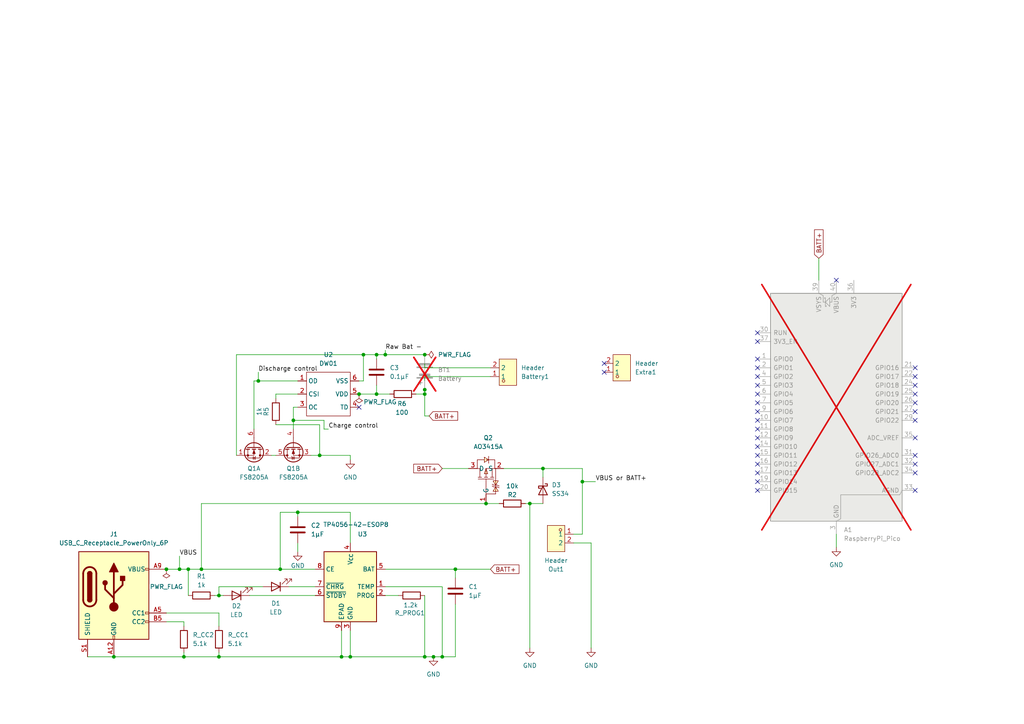
<source format=kicad_sch>
(kicad_sch (version 20250114) (generator "eeschema") (generator_version "9.0")
  (paper "A4")
  (lib_symbols
    (symbol "Battery_Management:TP4056-42-ESOP8"
      (property "Reference" "U" (at -6.604 11.684 0))
      (property "Value" "TP4056-42-ESOP8" (at 10.16 11.684 0))
      (symbol "TP4056-42-ESOP8_1_0"
        (pin input line (at -10.16 5.08 0) (length 2.54) (name "CE") (number "8"))
        (pin open_collector line (at -10.16 0 0) (length 2.54) (name "~{CHRG}") (number "7"))
        (pin open_collector line (at -10.16 -2.54 0) (length 2.54) (name "~{STDBY}") (number "6"))
        (pin passive line (at -2.54 -12.7 90) (length 2.54) (name "EPAD") (number "9"))
        (pin power_in line (at 0 12.7 270) (length 2.54) (name "V_{CC}") (number "4"))
        (pin power_in line (at 0 -12.7 90) (length 2.54) (name "GND") (number "3"))
        (pin power_out line (at 10.16 5.08 180) (length 2.54) (name "BAT") (number "5"))
        (pin input line (at 10.16 0 180) (length 2.54) (name "TEMP") (number "1"))
        (pin passive line (at 10.16 -2.54 180) (length 2.54) (name "PROG") (number "2"))
      )
      (symbol "TP4056-42-ESOP8_1_1"
        (rectangle (start -7.62 10.16) (end 7.62 -10.16) (stroke (width 0.254)) (fill (type background)))
      )
    )
    (symbol "Connector:USB_C_Receptacle_PowerOnly_6P" (pin_names (offset 1.016))
      (property "Reference" "J" (at 0 16.51 0))
      (property "Value" "USB_C_Receptacle_PowerOnly_6P" (at 0 13.97 0))
      (symbol "USB_C_Receptacle_PowerOnly_6P_0_0"
        (rectangle (start -0.254 -12.7) (end 0.254 -11.684))
        (rectangle (start 10.16 7.874) (end 9.144 7.366))
        (rectangle (start 10.16 -4.826) (end 9.144 -5.334))
        (rectangle (start 10.16 -7.366) (end 9.144 -7.874))
      )
      (symbol "USB_C_Receptacle_PowerOnly_6P_0_1"
        (rectangle (start -10.16 12.7) (end 10.16 -12.7) (stroke (width 0.254)) (fill (type background)))
        (polyline (pts (xy -8.89 -1.27) (xy -8.89 6.35)) (stroke (width 0.508)))
        (rectangle (start -7.62 -1.27) (end -6.35 6.35) (stroke (width 0.254)) (fill (type outline)))
        (arc (start -7.62 6.35) (mid -6.985 6.9823) (end -6.35 6.35) (stroke (width 0.254)))
        (arc (start -7.62 6.35) (mid -6.985 6.9823) (end -6.35 6.35) (stroke (width 0.254)) (fill (type outline)))
        (arc (start -8.89 6.35) (mid -6.985 8.2467) (end -5.08 6.35) (stroke (width 0.508)))
        (arc (start -5.08 -1.27) (mid -6.985 -3.1667) (end -8.89 -1.27) (stroke (width 0.508)))
        (arc (start -6.35 -1.27) (mid -6.985 -1.9023) (end -7.62 -1.27) (stroke (width 0.254)))
        (arc (start -6.35 -1.27) (mid -6.985 -1.9023) (end -7.62 -1.27) (stroke (width 0.254)) (fill (type outline)))
        (polyline (pts (xy -5.08 6.35) (xy -5.08 -1.27)) (stroke (width 0.508)))
        (circle (center -2.54 3.683) (radius 0.635) (stroke (width 0.254)) (fill (type outline)))
        (polyline (pts (xy -1.27 6.858) (xy 0 9.398) (xy 1.27 6.858) (xy -1.27 6.858)) (stroke (width 0.254)) (fill (type outline)))
        (polyline (pts (xy 0 0.508) (xy 2.54 3.048) (xy 2.54 4.318)) (stroke (width 0.508)))
        (polyline (pts (xy 0 -0.762) (xy -2.54 1.778) (xy -2.54 3.048)) (stroke (width 0.508)))
        (polyline (pts (xy 0 -3.302) (xy 0 6.858)) (stroke (width 0.508)))
        (circle (center 0 -3.302) (radius 1.27) (fill (type outline)))
        (rectangle (start 1.905 4.318) (end 3.175 5.588) (stroke (width 0.254)) (fill (type outline)))
      )
      (symbol "USB_C_Receptacle_PowerOnly_6P_1_1"
        (pin passive line (at -7.62 -17.78 90) (length 5.08) (name "SHIELD") (number "S1"))
        (pin passive line (at 0 -17.78 90) (length 5.08) (name "GND") (number "A12"))
        (pin passive line (at 0 -17.78 90) (length 5.08) (hide yes) (name "GND") (number "B12"))
        (pin passive line (at 15.24 7.62 180) (length 5.08) (name "VBUS") (number "A9"))
        (pin passive line (at 15.24 7.62 180) (length 5.08) (hide yes) (name "VBUS") (number "B9"))
        (pin bidirectional line (at 15.24 -5.08 180) (length 5.08) (name "CC1") (number "A5"))
        (pin bidirectional line (at 15.24 -7.62 180) (length 5.08) (name "CC2") (number "B5"))
      )
    )
    (symbol "Device:Battery" (pin_numbers (hide yes)) (pin_names (offset 0) (hide yes))
      (property "Reference" "BT" (at 2.54 2.54 0))
      (property "Value" "Battery" (at 2.54 0 0))
      (symbol "Battery_0_1"
        (rectangle (start -2.286 1.778) (end 2.286 1.524) (fill (type outline)))
        (rectangle (start -2.286 -1.27) (end 2.286 -1.524) (fill (type outline)))
        (rectangle (start -1.524 1.016) (end 1.524 0.508) (fill (type outline)))
        (rectangle (start -1.524 -2.032) (end 1.524 -2.54) (fill (type outline)))
        (polyline (pts (xy 0 1.778) (xy 0 2.54)))
        (polyline (pts (xy 0 0) (xy 0 0.254)))
        (polyline (pts (xy 0 -0.508) (xy 0 -0.254)))
        (polyline (pts (xy 0 -1.016) (xy 0 -0.762)))
        (polyline (pts (xy 0.762 3.048) (xy 1.778 3.048)) (stroke (width 0.254)))
        (polyline (pts (xy 1.27 3.556) (xy 1.27 2.54)) (stroke (width 0.254)))
      )
      (symbol "Battery_1_1"
        (pin passive line (at 0 5.08 270) (length 2.54) (name "+") (number "1"))
        (pin passive line (at 0 -5.08 90) (length 2.54) (name "-") (number "2"))
      )
    )
    (symbol "Device:C" (pin_numbers (hide yes)) (pin_names (offset 0.254))
      (property "Reference" "C" (at 0.635 2.54 0))
      (property "Value" "C" (at 0.635 -2.54 0))
      (symbol "C_0_1"
        (polyline (pts (xy -2.032 0.762) (xy 2.032 0.762)) (stroke (width 0.508)))
        (polyline (pts (xy -2.032 -0.762) (xy 2.032 -0.762)) (stroke (width 0.508)))
      )
      (symbol "C_1_1"
        (pin passive line (at 0 3.81 270) (length 2.794) (name "~") (number "1"))
        (pin passive line (at 0 -3.81 90) (length 2.794) (name "~") (number "2"))
      )
    )
    (symbol "Device:LED" (pin_numbers (hide yes)) (pin_names (offset 1.016) (hide yes))
      (property "Reference" "D" (at 0 2.54 0))
      (property "Value" "LED" (at 0 -2.54 0))
      (symbol "LED_0_1"
        (polyline (pts (xy -3.048 -0.762) (xy -4.572 -2.286) (xy -3.81 -2.286) (xy -4.572 -2.286) (xy -4.572 -1.524)))
        (polyline (pts (xy -1.778 -0.762) (xy -3.302 -2.286) (xy -2.54 -2.286) (xy -3.302 -2.286) (xy -3.302 -1.524)))
        (polyline (pts (xy -1.27 0) (xy 1.27 0)))
        (polyline (pts (xy -1.27 -1.27) (xy -1.27 1.27)) (stroke (width 0.254)))
        (polyline (pts (xy 1.27 -1.27) (xy 1.27 1.27) (xy -1.27 0) (xy 1.27 -1.27)) (stroke (width 0.254)))
      )
      (symbol "LED_1_1"
        (pin passive line (at -3.81 0 0) (length 2.54) (name "K") (number "1"))
        (pin passive line (at 3.81 0 180) (length 2.54) (name "A") (number "2"))
      )
    )
    (symbol "Device:R" (pin_numbers (hide yes)) (pin_names (offset 0))
      (property "Reference" "R" (at 2.032 0 90))
      (property "Value" "R" (at 0 0 90))
      (symbol "R_0_1"
        (rectangle (start -1.016 -2.54) (end 1.016 2.54) (stroke (width 0.254)))
      )
      (symbol "R_1_1"
        (pin passive line (at 0 3.81 270) (length 1.27) (name "~") (number "1"))
        (pin passive line (at 0 -3.81 90) (length 1.27) (name "~") (number "2"))
      )
    )
    (symbol "Diode:SS34" (pin_numbers (hide yes)) (pin_names (offset 1.016) (hide yes))
      (property "Reference" "D" (at 0 2.54 0))
      (property "Value" "SS34" (at 0 -2.54 0))
      (symbol "SS34_0_1"
        (polyline (pts (xy -1.905 0.635) (xy -1.905 1.27) (xy -1.27 1.27) (xy -1.27 -1.27) (xy -0.635 -1.27) (xy -0.635 -0.635)) (stroke (width 0.254)))
        (polyline (pts (xy 1.27 1.27) (xy 1.27 -1.27) (xy -1.27 0) (xy 1.27 1.27)) (stroke (width 0.254)))
        (polyline (pts (xy 1.27 0) (xy -1.27 0)))
      )
      (symbol "SS34_1_1"
        (pin passive line (at -3.81 0 0) (length 2.54) (name "K") (number "1"))
        (pin passive line (at 3.81 0 180) (length 2.54) (name "A") (number "2"))
      )
    )
    (symbol "FS8205A_better_1" (pin_names (hide yes))
      (property "Reference" "Q" (at -4.318 -1.778 90))
      (property "Value" "FS8205A" (at -2.286 -3.048 0))
      (symbol "FS8205A_better_1_0_1"
        (polyline (pts (xy -2.54 0) (xy 0 0) (xy 0 1.778)))
        (polyline (pts (xy -1.778 1.778) (xy -1.778 -0.762) (xy 1.778 -0.762) (xy 1.778 1.778)))
        (circle (center -1.778 0) (radius 0.254) (fill (type outline)))
        (polyline (pts (xy -1.27 1.778) (xy -2.286 1.778)) (stroke (width 0.254)))
        (polyline (pts (xy 0 2.286) (xy 0 5.08)))
        (polyline (pts (xy 0 1.524) (xy 0.381 0.508) (xy -0.381 0.508) (xy 0 1.524)) (fill (type outline)))
        (circle (center 0 0.889) (radius 2.794) (stroke (width 0.254)))
        (polyline (pts (xy 0.381 -0.762) (xy -0.254 -0.381) (xy -0.254 -1.143) (xy 0.381 -0.762)))
        (polyline (pts (xy 0.508 1.778) (xy -0.508 1.778)) (stroke (width 0.254)))
        (polyline (pts (xy 0.508 -0.254) (xy 0.381 -0.381) (xy 0.381 -1.143) (xy 0.254 -1.27)))
        (circle (center 1.778 0) (radius 0.254) (fill (type outline)))
        (polyline (pts (xy 1.905 2.286) (xy -1.905 2.286)) (stroke (width 0.254)))
        (polyline (pts (xy 2.286 1.778) (xy 1.27 1.778)) (stroke (width 0.254)))
        (polyline (pts (xy 2.54 0) (xy 1.778 0)))
      )
      (symbol "FS8205A_better_1_1_1"
        (pin passive line (at -5.08 0 0) (length 2.54) (name "D") (number "1"))
        (pin input line (at 0 7.62 270) (length 2.54) (name "G") (number "6"))
        (pin passive line (at 5.08 0 180) (length 2.54) (name "S") (number "2"))
      )
      (symbol "FS8205A_better_1_2_1"
        (pin passive line (at -5.08 0 0) (length 2.54) (name "D") (number "3"))
        (pin input line (at 0 7.62 270) (length 2.54) (name "G") (number "4"))
        (pin passive line (at 5.08 0 180) (length 2.54) (name "S") (number "5"))
      )
    )
    (symbol "LED_1" (pin_numbers (hide yes)) (pin_names (offset 1.016) (hide yes))
      (property "Reference" "D" (at 0 2.54 0))
      (property "Value" "LED" (at 0 -2.54 0))
      (symbol "LED_1_0_1"
        (polyline (pts (xy -3.048 -0.762) (xy -4.572 -2.286) (xy -3.81 -2.286) (xy -4.572 -2.286) (xy -4.572 -1.524)))
        (polyline (pts (xy -1.778 -0.762) (xy -3.302 -2.286) (xy -2.54 -2.286) (xy -3.302 -2.286) (xy -3.302 -1.524)))
        (polyline (pts (xy -1.27 0) (xy 1.27 0)))
        (polyline (pts (xy -1.27 -1.27) (xy -1.27 1.27)) (stroke (width 0.254)))
        (polyline (pts (xy 1.27 -1.27) (xy 1.27 1.27) (xy -1.27 0) (xy 1.27 -1.27)) (stroke (width 0.254)))
      )
      (symbol "LED_1_1_1"
        (pin passive line (at -3.81 0 0) (length 2.54) (name "K") (number "1"))
        (pin passive line (at 3.81 0 180) (length 2.54) (name "A") (number "2"))
      )
    )
    (symbol "MCU_Module:RaspberryPi_Pico" (pin_names (offset 0.762))
      (property "Reference" "A" (at -19.05 35.56 0))
      (property "Value" "RaspberryPi_Pico" (at 7.62 35.56 0))
      (symbol "RaspberryPi_Pico_0_1"
        (rectangle (start -19.05 34.29) (end 19.05 -31.75) (stroke (width 0.254)) (fill (type background)))
        (polyline (pts (xy -5.08 34.29) (xy -3.81 33.655) (xy -3.81 31.75) (xy -3.175 31.75)))
        (polyline (pts (xy -3.429 32.766) (xy -3.429 33.02) (xy -3.175 33.02) (xy -3.175 30.48) (xy -2.921 30.48) (xy -2.921 30.734)))
        (polyline (pts (xy -3.175 31.75) (xy -1.905 33.02) (xy -1.905 30.48) (xy -3.175 31.75)))
        (polyline (pts (xy 0 34.29) (xy -1.27 33.655) (xy -1.27 31.75) (xy -1.905 31.75)))
        (polyline (pts (xy 0 -31.75) (xy 1.27 -31.115) (xy 1.27 -24.13) (xy 18.415 -24.13) (xy 19.05 -22.86)))
      )
      (symbol "RaspberryPi_Pico_1_1"
        (pin passive line (at -22.86 22.86 0) (length 3.81) (name "RUN") (number "30"))
        (pin passive line (at -22.86 20.32 0) (length 3.81) (name "3V3_EN") (number "37"))
        (pin bidirectional line (at -22.86 15.24 0) (length 3.81) (name "GPIO0") (number "1"))
        (pin bidirectional line (at -22.86 12.7 0) (length 3.81) (name "GPIO1") (number "2"))
        (pin bidirectional line (at -22.86 10.16 0) (length 3.81) (name "GPIO2") (number "4"))
        (pin bidirectional line (at -22.86 7.62 0) (length 3.81) (name "GPIO3") (number "5"))
        (pin bidirectional line (at -22.86 5.08 0) (length 3.81) (name "GPIO4") (number "6"))
        (pin bidirectional line (at -22.86 2.54 0) (length 3.81) (name "GPIO5") (number "7"))
        (pin bidirectional line (at -22.86 0 0) (length 3.81) (name "GPIO6") (number "9"))
        (pin bidirectional line (at -22.86 -2.54 0) (length 3.81) (name "GPIO7") (number "10"))
        (pin bidirectional line (at -22.86 -5.08 0) (length 3.81) (name "GPIO8") (number "11"))
        (pin bidirectional line (at -22.86 -7.62 0) (length 3.81) (name "GPIO9") (number "12"))
        (pin bidirectional line (at -22.86 -10.16 0) (length 3.81) (name "GPIO10") (number "14"))
        (pin bidirectional line (at -22.86 -12.7 0) (length 3.81) (name "GPIO11") (number "15"))
        (pin bidirectional line (at -22.86 -15.24 0) (length 3.81) (name "GPIO12") (number "16"))
        (pin bidirectional line (at -22.86 -17.78 0) (length 3.81) (name "GPIO13") (number "17"))
        (pin bidirectional line (at -22.86 -20.32 0) (length 3.81) (name "GPIO14") (number "19"))
        (pin bidirectional line (at -22.86 -22.86 0) (length 3.81) (name "GPIO15") (number "20"))
        (pin power_in line (at -5.08 38.1 270) (length 3.81) (name "VSYS") (number "39"))
        (pin power_out line (at 0 38.1 270) (length 3.81) (name "VBUS") (number "40"))
        (pin passive line (at 0 -35.56 90) (length 3.81) (hide yes) (name "GND") (number "13"))
        (pin passive line (at 0 -35.56 90) (length 3.81) (hide yes) (name "GND") (number "18"))
        (pin passive line (at 0 -35.56 90) (length 3.81) (hide yes) (name "GND") (number "23"))
        (pin passive line (at 0 -35.56 90) (length 3.81) (hide yes) (name "GND") (number "28"))
        (pin power_out line (at 0 -35.56 90) (length 3.81) (name "GND") (number "3"))
        (pin passive line (at 0 -35.56 90) (length 3.81) (hide yes) (name "GND") (number "38"))
        (pin passive line (at 0 -35.56 90) (length 3.81) (hide yes) (name "GND") (number "8"))
        (pin power_out line (at 5.08 38.1 270) (length 3.81) (name "3V3") (number "36"))
        (pin bidirectional line (at 22.86 12.7 180) (length 3.81) (name "GPIO16") (number "21"))
        (pin bidirectional line (at 22.86 10.16 180) (length 3.81) (name "GPIO17") (number "22"))
        (pin bidirectional line (at 22.86 7.62 180) (length 3.81) (name "GPIO18") (number "24"))
        (pin bidirectional line (at 22.86 5.08 180) (length 3.81) (name "GPIO19") (number "25"))
        (pin bidirectional line (at 22.86 2.54 180) (length 3.81) (name "GPIO20") (number "26"))
        (pin bidirectional line (at 22.86 0 180) (length 3.81) (name "GPIO21") (number "27"))
        (pin bidirectional line (at 22.86 -2.54 180) (length 3.81) (name "GPIO22") (number "29"))
        (pin power_in line (at 22.86 -7.62 180) (length 3.81) (name "ADC_VREF") (number "35"))
        (pin bidirectional line (at 22.86 -12.7 180) (length 3.81) (name "GPIO26_ADC0") (number "31"))
        (pin bidirectional line (at 22.86 -15.24 180) (length 3.81) (name "GPIO27_ADC1") (number "32"))
        (pin bidirectional line (at 22.86 -17.78 180) (length 3.81) (name "GPIO28_ADC2") (number "34"))
        (pin power_out line (at 22.86 -22.86 180) (length 3.81) (name "AGND") (number "33"))
      )
    )
    (symbol "My_Battery_Management:DW01"
      (property "Reference" "U" (at 0 8.89 0))
      (symbol "DW01_0_1"
        (rectangle (start -6.35 6.35) (end 6.35 -6.35))
      )
      (symbol "DW01_1_1"
        (pin output line (at -8.89 3.81 0) (length 2.54) (name "OD") (number "1"))
        (pin bidirectional line (at -8.89 0 0) (length 2.54) (name "CSI") (number "2"))
        (pin output line (at -8.89 -3.81 0) (length 2.54) (name "OC") (number "3"))
        (pin power_in line (at 8.89 3.81 180) (length 2.54) (name "VSS") (number "6"))
        (pin power_in line (at 8.89 0 180) (length 2.54) (name "VDD") (number "5"))
        (pin input line (at 8.89 -3.81 180) (length 2.54) (name "TD") (number "4"))
      )
    )
    (symbol "My_Battery_Management:FS8205A_better" (pin_names (hide yes))
      (property "Reference" "Q" (at -4.318 -1.778 90))
      (property "Value" "FS8205A" (at -2.286 -3.048 0))
      (symbol "FS8205A_better_0_1"
        (polyline (pts (xy -2.54 0) (xy 0 0) (xy 0 1.778)))
        (polyline (pts (xy -1.778 1.778) (xy -1.778 -0.762) (xy 1.778 -0.762) (xy 1.778 1.778)))
        (circle (center -1.778 0) (radius 0.254) (fill (type outline)))
        (polyline (pts (xy -1.27 1.778) (xy -2.286 1.778)) (stroke (width 0.254)))
        (polyline (pts (xy 0 2.286) (xy 0 5.08)))
        (polyline (pts (xy 0 1.524) (xy 0.381 0.508) (xy -0.381 0.508) (xy 0 1.524)) (fill (type outline)))
        (circle (center 0 0.889) (radius 2.794) (stroke (width 0.254)))
        (polyline (pts (xy 0.381 -0.762) (xy -0.254 -0.381) (xy -0.254 -1.143) (xy 0.381 -0.762)))
        (polyline (pts (xy 0.508 1.778) (xy -0.508 1.778)) (stroke (width 0.254)))
        (polyline (pts (xy 0.508 -0.254) (xy 0.381 -0.381) (xy 0.381 -1.143) (xy 0.254 -1.27)))
        (circle (center 1.778 0) (radius 0.254) (fill (type outline)))
        (polyline (pts (xy 1.905 2.286) (xy -1.905 2.286)) (stroke (width 0.254)))
        (polyline (pts (xy 2.286 1.778) (xy 1.27 1.778)) (stroke (width 0.254)))
        (polyline (pts (xy 2.54 0) (xy 1.778 0)))
      )
      (symbol "FS8205A_better_1_1"
        (pin passive line (at -5.08 0 0) (length 2.54) (name "D") (number "1"))
        (pin input line (at 0 7.62 270) (length 2.54) (name "G") (number "6"))
        (pin passive line (at 5.08 0 180) (length 2.54) (name "S") (number "2"))
      )
      (symbol "FS8205A_better_2_1"
        (pin passive line (at -5.08 0 0) (length 2.54) (name "D") (number "3"))
        (pin input line (at 0 7.62 270) (length 2.54) (name "G") (number "4"))
        (pin passive line (at 5.08 0 180) (length 2.54) (name "S") (number "5"))
      )
    )
    (symbol "easyeda2kicad:AO3415A_C5350990"
      (property "Reference" "Q" (at 0 10.16 0))
      (property "Value" "AO3415A_C5350990" (at 0 -10.16 0))
      (symbol "AO3415A_C5350990_0_1"
        (polyline (pts (xy -5.08 0) (xy -0.51 0)))
        (polyline (pts (xy -4.83 -2.79) (xy -4.83 0)))
        (polyline (pts (xy -4.83 -2.79) (xy 2.54 -2.79)))
        (polyline (pts (xy -3.05 -3.81) (xy -2.79 -3.3) (xy -2.79 -2.29) (xy -2.54 -1.78)))
        (polyline (pts (xy -2.79 -2.79) (xy -4.06 -2.03) (xy -4.06 -3.56) (xy -2.79 -2.79)) (fill (type background)))
        (polyline (pts (xy -2.54 -3.81) (xy -2.29 -3.3) (xy -2.29 -2.29) (xy -2.03 -1.78)))
        (polyline (pts (xy -2.29 -2.79) (xy -1.02 -3.56) (xy -1.02 -2.03) (xy -2.29 -2.79)) (fill (type background)))
        (polyline (pts (xy -0.51 2.29) (xy -0.51 -2.29)))
        (polyline (pts (xy 0 2.29) (xy 0 1.27)))
        (polyline (pts (xy 0 1.78) (xy 2.54 1.78) (xy 2.54 2.54) (xy 5.08 2.54) (xy 5.08 0.51)))
        (polyline (pts (xy 0 0) (xy 2.54 0) (xy 2.54 -2.54) (xy 5.08 -2.54) (xy 5.08 0)))
        (polyline (pts (xy 0 -0.51) (xy 0 0.51)))
        (polyline (pts (xy 0 -2.29) (xy 0 -1.27)))
        (polyline (pts (xy 2.54 0) (xy 1.02 0.51) (xy 1.02 -0.51) (xy 2.54 0)) (fill (type background)))
        (polyline (pts (xy 2.54 -1.78) (xy 0 -1.78)))
        (polyline (pts (xy 4.06 -0.76) (xy 4.57 -0.76) (xy 5.59 -0.76) (xy 6.1 -0.76)))
        (polyline (pts (xy 5.08 -0.76) (xy 5.84 0.51) (xy 4.32 0.51) (xy 5.08 -0.76)) (fill (type background)))
        (pin unspecified line (at -7.62 0 0) (length 2.54) (name "G") (number "1"))
        (pin unspecified line (at 2.54 5.08 270) (length 2.54) (name "D") (number "3"))
        (pin unspecified line (at 2.54 -5.08 90) (length 2.54) (name "S") (number "2"))
      )
    )
    (symbol "easyeda2kicad:HXPH254-01-02-Z-L11.5MALEHEADERCONNECTOR"
      (property "Reference" "H" (at 0 6.35 0))
      (property "Value" "HX PH254-01-02-Z-L11.5 MALE HEADER CONNECTOR" (at 0 -6.35 0))
      (symbol "HXPH254-01-02-Z-L11.5MALEHEADERCONNECTOR_0_1"
        (rectangle (start -2.54 3.81) (end 2.54 -3.81) (fill (type background)))
        (circle (center -1.27 2.54) (radius 0.38))
        (pin unspecified line (at -5.08 1.27 0) (length 2.54) (name "1") (number "1"))
        (pin unspecified line (at -5.08 -1.27 0) (length 2.54) (name "2") (number "2"))
      )
    )
    (symbol "power:GND" (power) (pin_numbers (hide yes)) (pin_names (offset 0) (hide yes))
      (property "Value" "GND" (at 0 -3.81 0))
      (symbol "GND_0_1"
        (polyline (pts (xy 0 0) (xy 0 -1.27) (xy 1.27 -1.27) (xy 0 -2.54) (xy -1.27 -1.27) (xy 0 -1.27)))
      )
      (symbol "GND_1_1"
        (pin power_in line (at 0 0 270) (length 0) (name "~") (number "1"))
      )
    )
    (symbol "power:PWR_FLAG" (power) (pin_numbers (hide yes)) (pin_names (offset 0) (hide yes))
      (property "Value" "PWR_FLAG" (at 0 3.81 0))
      (symbol "PWR_FLAG_0_0"
        (pin power_out line (at 0 0 90) (length 0) (name "~") (number "1"))
      )
      (symbol "PWR_FLAG_0_1"
        (polyline (pts (xy 0 0) (xy 0 1.27) (xy -1.016 1.905) (xy 0 2.54) (xy 1.016 1.905) (xy 0 1.27)))
      )
    )
  )
  (junction (at 33.02 190.5))
  (junction (at 125.73 190.5))
  (junction (at 54.61 165.1))
  (junction (at 132.08 165.1))
  (junction (at 81.28 165.1))
  (junction (at 109.22 114.3))
  (junction (at 153.67 146.05))
  (junction (at 74.93 110.49))
  (junction (at 92.71 132.08))
  (junction (at 168.91 139.7))
  (junction (at 123.19 114.3))
  (junction (at 140.97 146.05))
  (junction (at 48.26 165.1))
  (junction (at 128.27 190.5))
  (junction (at 86.36 148.59))
  (junction (at 85.09 121.92))
  (junction (at 63.5 172.72))
  (junction (at 157.48 135.89))
  (junction (at 104.14 114.3))
  (junction (at 53.34 190.5))
  (junction (at 63.5 190.5))
  (junction (at 123.19 102.87))
  (junction (at 99.06 190.5))
  (junction (at 101.6 190.5))
  (junction (at 58.42 165.1))
  (junction (at 105.41 102.87))
  (junction (at 109.22 102.87))
  (junction (at 123.19 190.5))
  (junction (at 111.76 102.87))
  (junction (at 52.07 165.1))
  (junction (at 123.19 113.03))
  (no_connect (at 265.43 116.84))
  (no_connect (at 265.43 106.68))
  (no_connect (at 219.71 134.62))
  (no_connect (at 219.71 139.7))
  (no_connect (at 242.57 81.28))
  (no_connect (at 219.71 106.68))
  (no_connect (at 219.71 104.14))
  (no_connect (at 219.71 124.46))
  (no_connect (at 265.43 134.62))
  (no_connect (at 175.26 107.95))
  (no_connect (at 265.43 142.24))
  (no_connect (at 175.26 105.41))
  (no_connect (at 219.71 111.76))
  (no_connect (at 219.71 119.38))
  (no_connect (at 219.71 127))
  (no_connect (at 219.71 121.92))
  (no_connect (at 219.71 109.22))
  (no_connect (at 104.14 118.11))
  (no_connect (at 219.71 96.52))
  (no_connect (at 219.71 142.24))
  (no_connect (at 265.43 111.76))
  (no_connect (at 265.43 121.92))
  (no_connect (at 265.43 114.3))
  (no_connect (at 219.71 137.16))
  (no_connect (at 265.43 137.16))
  (no_connect (at 219.71 132.08))
  (no_connect (at 219.71 99.06))
  (no_connect (at 265.43 119.38))
  (no_connect (at 219.71 129.54))
  (no_connect (at 265.43 132.08))
  (no_connect (at 219.71 116.84))
  (no_connect (at 265.43 109.22))
  (no_connect (at 219.71 114.3))
  (no_connect (at 265.43 127))
  (wire (pts (xy 83.82 170.18) (xy 91.44 170.18)))
  (wire (pts (xy 105.41 102.87) (xy 109.22 102.87)))
  (wire (pts (xy 81.28 165.1) (xy 91.44 165.1)))
  (wire (pts (xy 128.27 170.18) (xy 128.27 190.5)))
  (wire (pts (xy 123.19 106.68) (xy 123.19 102.87)))
  (wire (pts (xy 101.6 182.88) (xy 101.6 190.5)))
  (wire (pts (xy 68.58 102.87) (xy 68.58 132.08)))
  (wire (pts (xy 105.41 110.49) (xy 105.41 102.87)))
  (wire (pts (xy 120.65 114.3) (xy 123.19 114.3)))
  (wire (pts (xy 128.27 135.89) (xy 135.89 135.89)))
  (wire (pts (xy 146.05 135.89) (xy 157.48 135.89)))
  (wire (pts (xy 90.17 132.08) (xy 92.71 132.08)))
  (wire (pts (xy 123.19 120.65) (xy 123.19 114.3)))
  (wire (pts (xy 93.98 121.92) (xy 85.09 121.92)))
  (wire (pts (xy 157.48 146.05) (xy 153.67 146.05)))
  (wire (pts (xy 171.45 187.96) (xy 171.45 157.48)))
  (wire (pts (xy 72.39 172.72) (xy 91.44 172.72)))
  (wire (pts (xy 123.19 109.22) (xy 123.19 113.03)))
  (wire (pts (xy 54.61 165.1) (xy 54.61 172.72)))
  (wire (pts (xy 104.14 110.49) (xy 105.41 110.49)))
  (wire (pts (xy 101.6 132.08) (xy 101.6 133.35)))
  (wire (pts (xy 111.76 170.18) (xy 128.27 170.18)))
  (wire (pts (xy 63.5 189.23) (xy 63.5 190.5)))
  (wire (pts (xy 111.76 172.72) (xy 115.57 172.72)))
  (wire (pts (xy 74.93 107.95) (xy 74.93 110.49)))
  (wire (pts (xy 76.2 170.18) (xy 63.5 170.18)))
  (wire (pts (xy 62.23 172.72) (xy 63.5 172.72)))
  (wire (pts (xy 132.08 175.26) (xy 132.08 190.5)))
  (wire (pts (xy 73.66 110.49) (xy 73.66 124.46)))
  (wire (pts (xy 142.24 106.68) (xy 123.19 106.68)))
  (wire (pts (xy 153.67 146.05) (xy 153.67 187.96)))
  (wire (pts (xy 111.76 101.6) (xy 111.76 102.87)))
  (wire (pts (xy 99.06 190.5) (xy 101.6 190.5)))
  (wire (pts (xy 74.93 110.49) (xy 86.36 110.49)))
  (wire (pts (xy 63.5 170.18) (xy 63.5 172.72)))
  (wire (pts (xy 109.22 102.87) (xy 109.22 104.14)))
  (wire (pts (xy 58.42 146.05) (xy 58.42 165.1)))
  (wire (pts (xy 80.01 114.3) (xy 86.36 114.3)))
  (wire (pts (xy 157.48 135.89) (xy 168.91 135.89)))
  (wire (pts (xy 63.5 190.5) (xy 99.06 190.5)))
  (wire (pts (xy 52.07 165.1) (xy 54.61 165.1)))
  (wire (pts (xy 104.14 114.3) (xy 109.22 114.3)))
  (wire (pts (xy 157.48 138.43) (xy 157.48 135.89)))
  (wire (pts (xy 81.28 148.59) (xy 81.28 165.1)))
  (wire (pts (xy 132.08 190.5) (xy 128.27 190.5)))
  (wire (pts (xy 48.26 177.8) (xy 63.5 177.8)))
  (wire (pts (xy 168.91 154.94) (xy 168.91 139.7)))
  (wire (pts (xy 33.02 190.5) (xy 53.34 190.5)))
  (wire (pts (xy 242.57 154.94) (xy 242.57 158.75)))
  (wire (pts (xy 140.97 146.05) (xy 144.78 146.05)))
  (wire (pts (xy 99.06 182.88) (xy 99.06 190.5)))
  (wire (pts (xy 95.25 124.46) (xy 93.98 124.46)))
  (wire (pts (xy 73.66 110.49) (xy 74.93 110.49)))
  (wire (pts (xy 53.34 181.61) (xy 53.34 180.34)))
  (wire (pts (xy 111.76 165.1) (xy 132.08 165.1)))
  (wire (pts (xy 68.58 102.87) (xy 105.41 102.87)))
  (wire (pts (xy 78.74 132.08) (xy 80.01 132.08)))
  (wire (pts (xy 86.36 148.59) (xy 81.28 148.59)))
  (wire (pts (xy 109.22 114.3) (xy 113.03 114.3)))
  (wire (pts (xy 80.01 114.3) (xy 80.01 115.57)))
  (wire (pts (xy 109.22 111.76) (xy 109.22 114.3)))
  (wire (pts (xy 58.42 165.1) (xy 81.28 165.1)))
  (wire (pts (xy 58.42 146.05) (xy 140.97 146.05)))
  (wire (pts (xy 168.91 154.94) (xy 166.37 154.94)))
  (wire (pts (xy 52.07 161.29) (xy 52.07 165.1)))
  (wire (pts (xy 85.09 118.11) (xy 85.09 121.92)))
  (wire (pts (xy 93.98 124.46) (xy 93.98 121.92)))
  (wire (pts (xy 101.6 190.5) (xy 123.19 190.5)))
  (wire (pts (xy 86.36 148.59) (xy 86.36 149.86)))
  (wire (pts (xy 86.36 148.59) (xy 101.6 148.59)))
  (wire (pts (xy 237.49 74.93) (xy 237.49 81.28)))
  (wire (pts (xy 132.08 165.1) (xy 132.08 167.64)))
  (wire (pts (xy 123.19 113.03) (xy 123.19 114.3)))
  (wire (pts (xy 124.46 120.65) (xy 123.19 120.65)))
  (wire (pts (xy 85.09 118.11) (xy 86.36 118.11)))
  (wire (pts (xy 54.61 165.1) (xy 58.42 165.1)))
  (wire (pts (xy 111.76 102.87) (xy 123.19 102.87)))
  (wire (pts (xy 92.71 123.19) (xy 92.71 132.08)))
  (wire (pts (xy 123.19 190.5) (xy 125.73 190.5)))
  (wire (pts (xy 168.91 139.7) (xy 172.72 139.7)))
  (wire (pts (xy 25.4 190.5) (xy 33.02 190.5)))
  (wire (pts (xy 171.45 157.48) (xy 166.37 157.48)))
  (wire (pts (xy 132.08 165.1) (xy 142.24 165.1)))
  (wire (pts (xy 53.34 190.5) (xy 63.5 190.5)))
  (wire (pts (xy 48.26 165.1) (xy 52.07 165.1)))
  (wire (pts (xy 168.91 139.7) (xy 168.91 135.89)))
  (wire (pts (xy 86.36 157.48) (xy 86.36 160.02)))
  (wire (pts (xy 85.09 121.92) (xy 85.09 124.46)))
  (wire (pts (xy 53.34 180.34) (xy 48.26 180.34)))
  (wire (pts (xy 123.19 172.72) (xy 123.19 190.5)))
  (wire (pts (xy 92.71 132.08) (xy 101.6 132.08)))
  (wire (pts (xy 152.4 146.05) (xy 153.67 146.05)))
  (wire (pts (xy 80.01 123.19) (xy 92.71 123.19)))
  (wire (pts (xy 125.73 190.5) (xy 128.27 190.5)))
  (wire (pts (xy 109.22 102.87) (xy 111.76 102.87)))
  (wire (pts (xy 53.34 189.23) (xy 53.34 190.5)))
  (wire (pts (xy 63.5 177.8) (xy 63.5 181.61)))
  (wire (pts (xy 101.6 157.48) (xy 101.6 148.59)))
  (wire (pts (xy 63.5 172.72) (xy 64.77 172.72)))
  (wire (pts (xy 142.24 109.22) (xy 123.19 109.22)))
  (label "VBUS" (at 52.07 161.29 0))
  (label "Raw Bat -" (at 111.76 101.6 0))
  (label "Charge control" (at 95.25 124.46 0))
  (label "Discharge control" (at 74.93 107.95 0))
  (label "VBUS or BATT+" (at 172.72 139.7 0))
  (global_label "BATT+" (shape input) (at 142.24 165.1 0) (property "Intersheetrefs" "${INTERSHEET_REFS}" (effects (hide yes))))
  (global_label "BATT+" (shape input) (at 237.49 74.93 90) (property "Intersheetrefs" "${INTERSHEET_REFS}" (effects (hide yes))))
  (global_label "BATT+" (shape input) (at 128.27 135.89 180) (property "Intersheetrefs" "${INTERSHEET_REFS}" (effects (hide yes))))
  (global_label "BATT+" (shape input) (at 124.46 120.65 0) (property "Intersheetrefs" "${INTERSHEET_REFS}" (effects (hide yes))))
  (symbol (lib_id "easyeda2kicad:HXPH254-01-02-Z-L11.5MALEHEADERCONNECTOR") (at 161.29 156.21 0) (mirror y) (unit 1)
    (property "Reference" "Out1" (at 161.29 165.1 0))
    (property "Value" "Header" (at 161.29 162.56 0))
    (property "Footprint" "easyeda2kicad:HDR-TH_2P-P2.54-V-M" (effects (hide yes)))
    (property "LCSC Part" "C52016390" (effects (hide yes)))
  )
  (symbol (lib_id "power:GND") (at 86.36 160.02 0) (unit 1)
    (property "Reference" "#PWR04" (effects (hide yes)))
    (property "Value" "GND" (at 86.36 164.084 0))
    (property "Description" "Power symbol creates a global label with name \"GND\" , ground" (effects (hide yes)))
  )
  (symbol (lib_id "easyeda2kicad:HXPH254-01-02-Z-L11.5MALEHEADERCONNECTOR") (at 180.34 106.68 0) (mirror x) (unit 1)
    (property "Reference" "Extra1" (at 184.15 107.9501 0) (effects (justify left)))
    (property "Value" "Header" (at 184.15 105.4101 0) (effects (justify left)))
    (property "Footprint" "easyeda2kicad:HDR-TH_2P-P2.54-V-M" (effects (hide yes)))
    (property "LCSC Part" "C52016390" (effects (hide yes)))
  )
  (symbol (lib_id "Device:R") (at 119.38 172.72 270) (unit 1)
    (property "Reference" "R_PROG1" (at 118.872 177.8 90))
    (property "Value" "1.2k" (at 119.126 175.514 90))
    (property "Footprint" "Resistor_SMD:R_0805_2012Metric_Pad1.20x1.40mm_HandSolder" (effects (hide yes)))
    (property "Description" "Resistor" (effects (hide yes)))
    (property "LCSC Part" "C17379" (effects (hide yes)))
  )
  (symbol (lib_id "power:GND") (at 101.6 133.35 0) (unit 1)
    (property "Reference" "#PWR01" (effects (hide yes)))
    (property "Value" "GND" (at 101.6 138.43 0))
    (property "Description" "Power symbol creates a global label with name \"GND\" , ground" (effects (hide yes)))
  )
  (symbol (lib_id "Device:R") (at 63.5 185.42 0) (unit 1)
    (property "Reference" "R_CC1" (at 66.04 184.1499 0) (effects (justify left)))
    (property "Value" "5.1k" (at 66.04 186.6899 0) (effects (justify left)))
    (property "Footprint" "Resistor_SMD:R_0805_2012Metric_Pad1.20x1.40mm_HandSolder" (effects (hide yes)))
    (property "Description" "Resistor" (effects (hide yes)))
    (property "LCSC Part" "C27834" (effects (hide yes)))
  )
  (symbol (lib_id "Device:LED") (at 80.01 170.18 180) (unit 1)
    (property "Reference" "D1" (at 80.01 175.006 0))
    (property "Value" "LED" (at 80.01 177.546 0))
    (property "Footprint" "LED_SMD:LED_0805_2012Metric_Pad1.15x1.40mm_HandSolder" (effects (hide yes)))
    (property "Description" "Light emitting diode" (effects (hide yes)))
    (property "Sim.Pins" "1=K 2=A" (effects (hide yes)))
    (property "LCSC Part" "C2296" (effects (hide yes)))
  )
  (symbol (lib_id "power:GND") (at 125.73 190.5 0) (unit 1)
    (property "Reference" "#PWR03" (effects (hide yes)))
    (property "Value" "GND" (at 125.73 195.58 0))
    (property "Description" "Power symbol creates a global label with name \"GND\" , ground" (effects (hide yes)))
  )
  (symbol (lib_id "Device:R") (at 58.42 172.72 270) (unit 1)
    (property "Reference" "R1" (at 58.42 167.132 90))
    (property "Value" "1k" (at 58.42 169.672 90))
    (property "Footprint" "Resistor_SMD:R_0805_2012Metric_Pad1.20x1.40mm_HandSolder" (effects (hide yes)))
    (property "Description" "Resistor" (effects (hide yes)))
    (property "LCSC Part" "C17513" (effects (hide yes)))
  )
  (symbol (lib_id "power:GND") (at 242.57 158.75 0) (unit 1)
    (property "Reference" "#PWR02" (effects (hide yes)))
    (property "Value" "GND" (at 242.57 163.83 0))
    (property "Description" "Power symbol creates a global label with name \"GND\" , ground" (effects (hide yes)))
  )
  (symbol (lib_id "My_Battery_Management:DW01") (at 95.25 114.3 0) (unit 1)
    (property "Reference" "U2" (at 95.25 102.87 0))
    (property "Value" "DW01" (at 95.25 105.41 0))
    (property "Footprint" "Package_TO_SOT_SMD:SOT-23-6" (effects (hide yes)))
    (property "LCSC Part" "C917079" (effects (hide yes)))
  )
  (symbol (lib_id "Device:R") (at 53.34 185.42 0) (unit 1)
    (property "Reference" "R_CC2" (at 55.88 184.1499 0) (effects (justify left)))
    (property "Value" "5.1k" (at 55.88 186.6899 0) (effects (justify left)))
    (property "Footprint" "Resistor_SMD:R_0805_2012Metric_Pad1.20x1.40mm_HandSolder" (effects (hide yes)))
    (property "Description" "Resistor" (effects (hide yes)))
    (property "LCSC Part" "C27834" (effects (hide yes)))
  )
  (symbol (lib_id "Device:R") (at 116.84 114.3 270) (unit 1)
    (property "Reference" "R6" (at 116.586 117.094 90))
    (property "Value" "100" (at 116.586 119.634 90))
    (property "Footprint" "Resistor_SMD:R_0805_2012Metric_Pad1.20x1.40mm_HandSolder" (effects (hide yes)))
    (property "Description" "Resistor" (effects (hide yes)))
    (property "LCSC Part" "C17408" (effects (hide yes)))
  )
  (symbol (lib_id "MCU_Module:RaspberryPi_Pico") (at 242.57 119.38 0) (unit 1) (exclude_from_sim yes) (in_bom no) (on_board no) (dnp yes)
    (property "Reference" "A1" (at 244.7133 153.67 0) (effects (justify left)))
    (property "Value" "RaspberryPi_Pico" (at 244.7133 156.21 0) (effects (justify left)))
    (property "Footprint" "Module:RaspberryPi_Pico_Common_Unspecified" (effects (hide yes)))
    (property "Datasheet" "https://datasheets.raspberrypi.com/pico/pico-datasheet.pdf" (effects (hide yes)))
    (property "Description" "Versatile and inexpensive microcontroller module powered by RP2040 dual-core Arm Cortex-M0+ processor up to 133 MHz, 264kB SRAM, 2MB QSPI flash; also supports Raspberry Pi Pico 2" (effects (hide yes)))
  )
  (symbol (lib_id "easyeda2kicad:HXPH254-01-02-Z-L11.5MALEHEADERCONNECTOR") (at 147.32 107.95 0) (mirror x) (unit 1)
    (property "Reference" "Battery1" (at 151.13 109.2201 0) (effects (justify left)))
    (property "Value" "Header" (at 151.13 106.6801 0) (effects (justify left)))
    (property "Footprint" "easyeda2kicad:HDR-TH_2P-P2.54-V-M" (effects (hide yes)))
    (property "LCSC Part" "C52016390" (effects (hide yes)))
  )
  (symbol (lib_id "Device:C") (at 109.22 107.95 0) (unit 1)
    (property "Reference" "C3" (at 113.03 106.6799 0) (effects (justify left)))
    (property "Value" "0.1μF" (at 113.03 109.2199 0) (effects (justify left)))
    (property "Footprint" "Capacitor_SMD:C_0805_2012Metric_Pad1.18x1.45mm_HandSolder" (effects (hide yes)))
    (property "Description" "Unpolarized capacitor" (effects (hide yes)))
    (property "LCSC Part" "C49678" (effects (hide yes)))
  )
  (symbol (lib_id "Diode:SS34") (at 157.48 142.24 270) (unit 1)
    (property "Reference" "D3" (at 160.02 140.6524 90) (effects (justify left)))
    (property "Value" "SS34" (at 160.02 143.1924 90) (effects (justify left)))
    (property "Footprint" "easyeda2kicad:SMA_L4.3-W2.6-LS5.2-RD" (effects (hide yes)))
    (property "Datasheet" "https://www.vishay.com/docs/88751/ss32.pdf" (effects (hide yes)))
    (property "Description" "40V 3A Schottky Diode, SMA" (effects (hide yes)))
    (property "LCSC Part" "C8678" (effects (hide yes)))
  )
  (symbol (lib_id "power:PWR_FLAG") (at 123.19 102.87 270) (unit 1)
    (property "Reference" "#FLG01" (effects (hide yes)))
    (property "Value" "PWR_FLAG" (at 127 102.8699 90) (effects (justify left)))
    (property "Description" "Special symbol for telling ERC where power comes from" (effects (hide yes)))
  )
  (symbol (lib_id "Device:Battery") (at 123.19 107.95 180) (unit 1) (exclude_from_sim yes) (in_bom no) (on_board no) (dnp yes)
    (property "Reference" "BT1" (at 127 107.2514 0) (effects (justify right)))
    (property "Value" "Battery" (at 127 109.7914 0) (effects (justify right)))
    (property "Footprint" "Battery:BatteryHolder_MPD_BH-18650-PC" (effects (hide yes)))
    (property "Description" "Multiple-cell battery" (effects (hide yes)))
    (property "Sim.Device" "V" (effects (hide yes)))
    (property "Sim.Type" "DC" (effects (hide yes)))
    (property "Sim.Pins" "1=+ 2=-" (effects (hide yes)))
  )
  (symbol (lib_id "Device:C") (at 132.08 171.45 0) (unit 1)
    (property "Reference" "C1" (at 135.89 170.1799 0) (effects (justify left)))
    (property "Value" "1μF" (at 135.89 172.7199 0) (effects (justify left)))
    (property "Footprint" "Capacitor_SMD:C_0805_2012Metric_Pad1.18x1.45mm_HandSolder" (effects (hide yes)))
    (property "Description" "Unpolarized capacitor" (effects (hide yes)))
    (property "LCSC Part" "C28323" (effects (hide yes)))
  )
  (symbol (lib_id "power:PWR_FLAG") (at 48.26 165.1 180) (unit 1)
    (property "Reference" "#FLG02" (effects (hide yes)))
    (property "Value" "PWR_FLAG" (at 48.26 170.18 0))
    (property "Description" "Special symbol for telling ERC where power comes from" (effects (hide yes)))
  )
  (symbol (lib_id "Device:C") (at 86.36 153.67 0) (unit 1)
    (property "Reference" "C2" (at 90.17 152.3999 0) (effects (justify left)))
    (property "Value" "1μF" (at 90.17 154.9399 0) (effects (justify left)))
    (property "Footprint" "Capacitor_SMD:C_0805_2012Metric_Pad1.18x1.45mm_HandSolder" (effects (hide yes)))
    (property "Description" "Unpolarized capacitor" (effects (hide yes)))
    (property "LCSC Part" "C28323" (effects (hide yes)))
  )
  (symbol (lib_id "easyeda2kicad:AO3415A_C5350990") (at 140.97 138.43 90) (unit 1)
    (property "Reference" "Q2" (at 141.605 127 90))
    (property "Value" "AO3415A" (at 141.605 129.54 90))
    (property "Footprint" "easyeda2kicad:SOT-23-3_L2.9-W1.6-P1.90-LS2.8-BR" (effects (hide yes)))
    (property "LCSC Part" "C5350990" (effects (hide yes)))
  )
  (symbol (lib_id "My_Battery_Management:FS8205A_better") (at 73.66 132.08 0) (unit 1)
    (property "Reference" "Q1" (at 73.66 135.89 0))
    (property "Value" "FS8205A" (at 73.66 138.43 0))
    (property "Footprint" "Package_TO_SOT_SMD:SOT-23-6" (effects (hide yes)))
    (property "LCSC Part" "C2830320" (effects (hide yes)))
  )
  (symbol (lib_id "Device:R") (at 80.01 119.38 0) (unit 1)
    (property "Reference" "R5" (at 77.216 119.38 90))
    (property "Value" "1k" (at 75.184 119.38 90))
    (property "Footprint" "Resistor_SMD:R_0805_2012Metric_Pad1.20x1.40mm_HandSolder" (effects (hide yes)))
    (property "Description" "Resistor" (effects (hide yes)))
    (property "LCSC Part" "C17513" (effects (hide yes)))
  )
  (symbol (lib_id "power:GND") (at 153.67 187.96 0) (unit 1)
    (property "Reference" "#PWR06" (effects (hide yes)))
    (property "Value" "GND" (at 153.67 193.04 0))
    (property "Description" "Power symbol creates a global label with name \"GND\" , ground" (effects (hide yes)))
  )
  (symbol (lib_id "Connector:USB_C_Receptacle_PowerOnly_6P") (at 33.02 172.72 0) (unit 1)
    (property "Reference" "J1" (at 33.02 154.94 0))
    (property "Value" "USB_C_Receptacle_PowerOnly_6P" (at 33.02 157.48 0))
    (property "Footprint" "easyeda2kicad:USB-C-SMD" (effects (hide yes)))
    (property "Datasheet" "https://www.usb.org/sites/default/files/documents/usb_type-c.zip" (effects (hide yes)))
    (property "Description" "USB Power-Only 6P Type-C Receptacle connector" (effects (hide yes)))
    (property "LCSC Part" "C7507406" (effects (hide yes)))
  )
  (symbol (lib_name "FS8205A_better_1") (lib_id "My_Battery_Management:FS8205A_better") (at 85.09 132.08 0) (mirror y) (unit 2)
    (property "Reference" "Q1" (at 85.09 135.89 0))
    (property "Value" "FS8205A" (at 85.09 138.43 0))
    (property "Footprint" "Package_TO_SOT_SMD:SOT-23-6" (effects (hide yes)))
    (property "LCSC Part" "C2830320" (effects (hide yes)))
  )
  (symbol (lib_id "Battery_Management:TP4056-42-ESOP8") (at 101.6 170.18 0) (unit 1)
    (property "Reference" "U3" (at 103.7433 154.94 0) (effects (justify left)))
    (property "Value" "TP4056-42-ESOP8" (at 93.726 152.146 0) (effects (justify left)))
    (property "Footprint" "Package_SO:SOIC-8-1EP_3.9x4.9mm_P1.27mm_EP2.41x3.3mm_ThermalVias" (effects (hide yes)))
    (property "Datasheet" "https://www.lcsc.com/datasheet/lcsc_datasheet_2410121619_TOPPOWER-Nanjing-Extension-Microelectronics-TP4056-42-ESOP8_C16581.pdf" (effects (hide yes)))
    (property "Description" "1A Standalone Linear Li-ion/LiPo single-cell battery charger, 4.2V ±1% charge voltage, VCC = 4.0..8.0V, SOIC-8 (SOP-8)" (effects (hide yes)))
    (property "LCSC Part" "C382139" (effects (hide yes)))
  )
  (symbol (lib_id "power:GND") (at 171.45 187.96 0) (unit 1)
    (property "Reference" "#PWR05" (effects (hide yes)))
    (property "Value" "GND" (at 171.45 193.04 0))
    (property "Description" "Power symbol creates a global label with name \"GND\" , ground" (effects (hide yes)))
  )
  (symbol (lib_id "Device:R") (at 148.59 146.05 90) (unit 1)
    (property "Reference" "R2" (at 148.59 143.51 90))
    (property "Value" "10k" (at 148.59 140.97 90))
    (property "Footprint" "Resistor_SMD:R_0805_2012Metric_Pad1.20x1.40mm_HandSolder" (effects (hide yes)))
    (property "Description" "Resistor" (effects (hide yes)))
    (property "LCSC Part" "C17414" (effects (hide yes)))
  )
  (symbol (lib_id "power:PWR_FLAG") (at 104.14 114.3 180) (unit 1)
    (property "Reference" "#FLG03" (effects (hide yes)))
    (property "Value" "PWR_FLAG" (at 105.41 116.586 0) (effects (justify right)))
    (property "Description" "Special symbol for telling ERC where power comes from" (effects (hide yes)))
  )
  (symbol (lib_name "LED_1") (lib_id "Device:LED") (at 68.58 172.72 180) (unit 1)
    (property "Reference" "D2" (at 68.58 175.768 0))
    (property "Value" "LED" (at 68.58 178.308 0))
    (property "Footprint" "LED_SMD:LED_0805_2012Metric_Pad1.15x1.40mm_HandSolder" (effects (hide yes)))
    (property "Description" "Light emitting diode" (effects (hide yes)))
    (property "Sim.Pins" "1=K 2=A" (effects (hide yes)))
    (property "LCSC Part" "C2297" (effects (hide yes)))
  )
)
</source>
